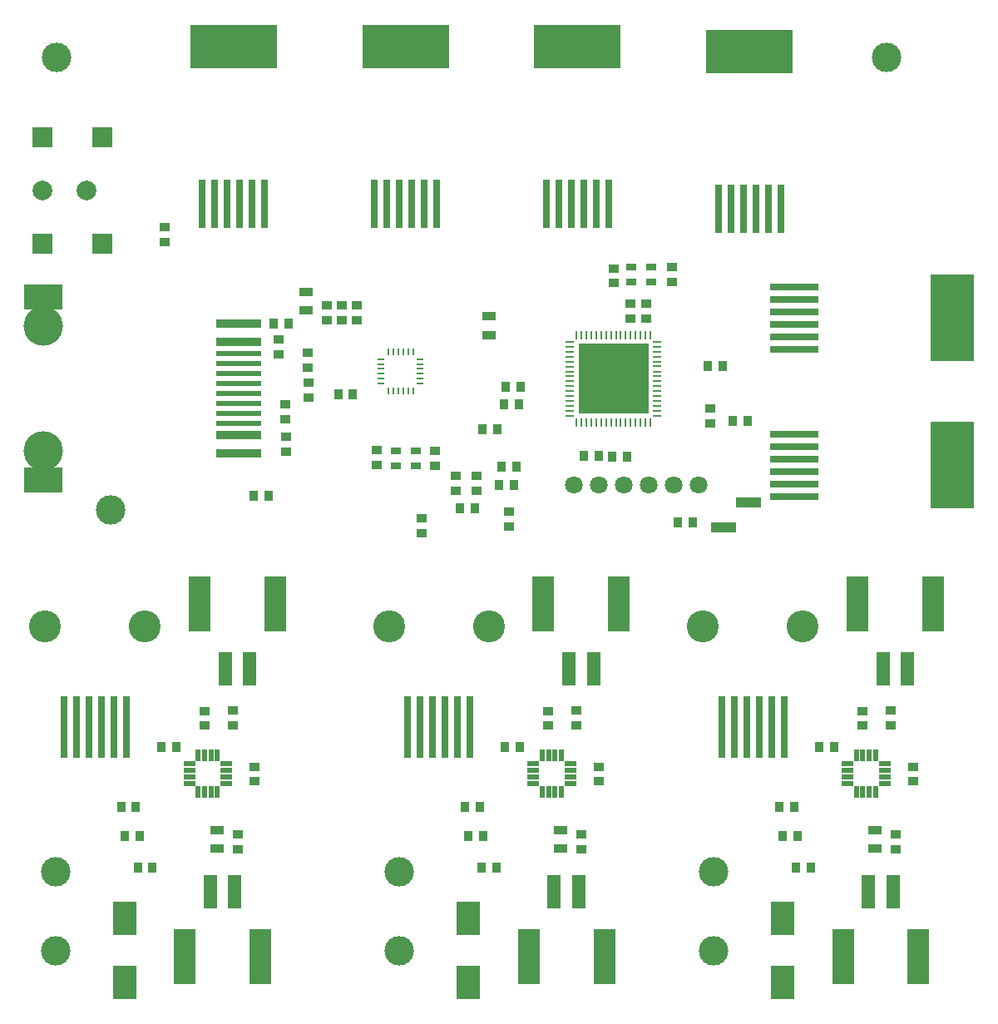
<source format=gts>
G04 (created by PCBNEW (2013-07-07 BZR 4022)-stable) date 7/17/2014 12:13:15 PM*
%MOIN*%
G04 Gerber Fmt 3.4, Leading zero omitted, Abs format*
%FSLAX34Y34*%
G01*
G70*
G90*
G04 APERTURE LIST*
%ADD10C,0.00590551*%
%ADD11R,0.181102X0.0318898*%
%ADD12R,0.181102X0.0240157*%
%ADD13C,0.15748*%
%ADD14R,0.153543X0.0984252*%
%ADD15R,0.00984252X0.0334646*%
%ADD16R,0.0334646X0.00984252*%
%ADD17R,0.281496X0.281496*%
%ADD18C,0.0708661*%
%ADD19C,0.0787*%
%ADD20R,0.0787X0.0787*%
%ADD21R,0.0394X0.0354*%
%ADD22O,0.0098X0.0315*%
%ADD23O,0.0315X0.0098*%
%ADD24R,0.0354X0.0394*%
%ADD25R,0.055X0.035*%
%ADD26R,0.0393701X0.0314961*%
%ADD27R,0.1X0.039*%
%ADD28R,0.19685X0.0299213*%
%ADD29R,0.177165X0.346457*%
%ADD30R,0.0299213X0.19685*%
%ADD31R,0.346457X0.177165*%
%ADD32C,0.11811*%
%ADD33R,0.0472441X0.0216535*%
%ADD34R,0.0216535X0.0472441*%
%ADD35R,0.0299213X0.25*%
%ADD36C,0.127953*%
%ADD37R,0.0905512X0.220472*%
%ADD38R,0.0551181X0.133858*%
%ADD39R,0.0945X0.1378*%
G04 APERTURE END LIST*
G54D10*
G54D11*
X43523Y-33291D03*
X43523Y-34015D03*
G54D12*
X43523Y-34488D03*
X43523Y-34889D03*
X43523Y-35692D03*
X43523Y-37291D03*
X43523Y-36488D03*
G54D11*
X43523Y-38488D03*
X43523Y-37763D03*
G54D12*
X43523Y-36090D03*
X43523Y-36889D03*
G54D13*
X35681Y-38389D03*
X35681Y-33389D03*
G54D12*
X43523Y-35291D03*
G54D14*
X35681Y-32228D03*
X35681Y-39551D03*
G54D15*
X59807Y-37259D03*
X60003Y-37259D03*
X58625Y-37259D03*
X58822Y-37259D03*
X59216Y-37259D03*
X59019Y-37259D03*
X59610Y-37259D03*
X59413Y-37259D03*
X57838Y-37259D03*
X58035Y-37259D03*
X58429Y-37259D03*
X58232Y-37259D03*
X57444Y-37259D03*
X57641Y-37259D03*
X57248Y-37259D03*
X57051Y-37259D03*
G54D16*
X56775Y-36984D03*
X56775Y-36787D03*
X56775Y-36393D03*
X56775Y-36590D03*
X56775Y-35803D03*
X56775Y-35606D03*
X56775Y-36000D03*
X56775Y-36196D03*
X56775Y-34622D03*
X56775Y-34425D03*
X56775Y-35015D03*
X56775Y-34818D03*
X56775Y-35212D03*
X56775Y-35409D03*
X56775Y-34031D03*
X56775Y-34228D03*
G54D15*
X57051Y-33755D03*
X57248Y-33755D03*
X57641Y-33755D03*
X57444Y-33755D03*
X58232Y-33755D03*
X58429Y-33755D03*
X58035Y-33755D03*
X57838Y-33755D03*
X59413Y-33755D03*
X59610Y-33755D03*
X59019Y-33755D03*
X59216Y-33755D03*
X58822Y-33755D03*
X58625Y-33755D03*
X60003Y-33755D03*
X59807Y-33755D03*
G54D16*
X60279Y-34228D03*
X60279Y-34031D03*
X60279Y-35409D03*
X60279Y-35212D03*
X60279Y-34818D03*
X60279Y-35007D03*
X60279Y-34425D03*
X60279Y-34622D03*
X60279Y-36196D03*
X60279Y-36000D03*
X60279Y-35606D03*
X60279Y-35803D03*
X60279Y-36590D03*
X60279Y-36393D03*
X60279Y-36787D03*
X60279Y-36984D03*
G54D17*
X58527Y-35507D03*
G54D18*
X60940Y-39763D03*
X61940Y-39763D03*
X56948Y-39763D03*
X57948Y-39763D03*
X59944Y-39763D03*
X58944Y-39763D03*
G54D19*
X37401Y-27952D03*
G54D20*
X35629Y-25822D03*
X38031Y-25822D03*
X35629Y-30084D03*
X38031Y-30084D03*
G54D19*
X35629Y-27952D03*
G54D21*
X50846Y-41693D03*
X50846Y-41101D03*
X47047Y-32578D03*
X47047Y-33170D03*
X52224Y-39981D03*
X52224Y-39389D03*
G54D22*
X49511Y-35995D03*
X49708Y-35995D03*
X49905Y-35995D03*
X50101Y-35995D03*
X50298Y-35995D03*
X50495Y-35995D03*
G54D23*
X50790Y-35700D03*
X50790Y-35503D03*
X50790Y-35306D03*
X50790Y-35110D03*
X50790Y-34913D03*
X50790Y-34716D03*
G54D22*
X50495Y-34421D03*
X50298Y-34421D03*
X50101Y-34421D03*
X49905Y-34421D03*
X49708Y-34421D03*
X49511Y-34421D03*
G54D23*
X49216Y-34716D03*
X49216Y-34913D03*
X49216Y-35110D03*
X49216Y-35306D03*
X49216Y-35503D03*
X49216Y-35700D03*
G54D24*
X47491Y-36114D03*
X48083Y-36114D03*
G54D25*
X46220Y-32026D03*
X46220Y-32776D03*
G54D21*
X53031Y-40000D03*
X53031Y-39408D03*
X51377Y-38996D03*
X51377Y-38404D03*
X49035Y-38957D03*
X49035Y-38365D03*
X48228Y-32578D03*
X48228Y-33170D03*
X47637Y-32578D03*
X47637Y-33170D03*
X62401Y-36711D03*
X62401Y-37303D03*
X54350Y-41418D03*
X54350Y-40826D03*
G54D24*
X62894Y-35000D03*
X62302Y-35000D03*
G54D21*
X59842Y-32499D03*
X59842Y-33091D03*
X58533Y-31081D03*
X58533Y-31673D03*
X60866Y-31614D03*
X60866Y-31022D03*
X59212Y-32499D03*
X59212Y-33091D03*
G54D24*
X54626Y-39035D03*
X54034Y-39035D03*
X54528Y-39763D03*
X53936Y-39763D03*
X52973Y-40708D03*
X52381Y-40708D03*
X54803Y-35826D03*
X54211Y-35826D03*
X54744Y-36515D03*
X54152Y-36515D03*
X53878Y-37539D03*
X53286Y-37539D03*
G54D21*
X46283Y-35051D03*
X46283Y-34459D03*
X46291Y-35664D03*
X46291Y-36256D03*
X45385Y-37134D03*
X45385Y-36542D03*
X45405Y-37822D03*
X45405Y-38414D03*
G54D24*
X44693Y-40208D03*
X44101Y-40208D03*
X57341Y-38582D03*
X57933Y-38582D03*
X45516Y-33295D03*
X44924Y-33295D03*
G54D21*
X45106Y-34512D03*
X45106Y-33920D03*
G54D24*
X58483Y-38622D03*
X59075Y-38622D03*
G54D21*
X40551Y-30020D03*
X40551Y-29428D03*
G54D26*
X50610Y-38405D03*
X49822Y-38405D03*
X50610Y-38996D03*
X49822Y-38996D03*
X59251Y-31633D03*
X60039Y-31633D03*
X59251Y-31043D03*
X60039Y-31043D03*
G54D24*
X61121Y-41259D03*
X61713Y-41259D03*
G54D25*
X53543Y-33760D03*
X53543Y-33010D03*
G54D24*
X63306Y-37185D03*
X63898Y-37185D03*
G54D27*
X63944Y-40464D03*
X62944Y-41464D03*
G54D28*
X65787Y-37726D03*
X65787Y-38726D03*
X65787Y-39726D03*
X65787Y-39226D03*
X65787Y-40226D03*
X65787Y-38226D03*
G54D29*
X72106Y-38976D03*
G54D28*
X65787Y-31820D03*
X65787Y-32820D03*
X65787Y-33820D03*
X65787Y-33320D03*
X65787Y-34320D03*
X65787Y-32320D03*
G54D29*
X72106Y-33070D03*
G54D30*
X48946Y-28503D03*
X49946Y-28503D03*
X50946Y-28503D03*
X50446Y-28503D03*
X51446Y-28503D03*
X49446Y-28503D03*
G54D31*
X50196Y-22185D03*
G54D30*
X42057Y-28503D03*
X43057Y-28503D03*
X44057Y-28503D03*
X43557Y-28503D03*
X44557Y-28503D03*
X42557Y-28503D03*
G54D31*
X43307Y-22185D03*
G54D30*
X62726Y-28700D03*
X63726Y-28700D03*
X64726Y-28700D03*
X64226Y-28700D03*
X65226Y-28700D03*
X63226Y-28700D03*
G54D31*
X63976Y-22381D03*
G54D30*
X55836Y-28503D03*
X56836Y-28503D03*
X57836Y-28503D03*
X57336Y-28503D03*
X58336Y-28503D03*
X56336Y-28503D03*
G54D31*
X57086Y-22185D03*
G54D32*
X69488Y-22637D03*
X36220Y-22637D03*
X38385Y-40748D03*
G54D24*
X40994Y-50246D03*
X40402Y-50246D03*
X38796Y-52663D03*
X39388Y-52663D03*
X40057Y-55088D03*
X39465Y-55088D03*
G54D21*
X44153Y-51644D03*
X44153Y-51052D03*
G54D24*
X39534Y-53816D03*
X38942Y-53816D03*
G54D21*
X42125Y-49410D03*
X42125Y-48818D03*
X43267Y-49400D03*
X43267Y-48808D03*
X43464Y-54360D03*
X43464Y-53768D03*
G54D33*
X41525Y-50944D03*
X41525Y-51200D03*
X41525Y-51456D03*
X41525Y-51712D03*
G54D34*
X41889Y-52076D03*
X42145Y-52076D03*
X42401Y-52076D03*
X42657Y-52076D03*
G54D33*
X43021Y-51712D03*
X43021Y-51456D03*
X43021Y-51200D03*
X43021Y-50944D03*
G54D34*
X42657Y-50580D03*
X42401Y-50580D03*
X42145Y-50580D03*
X41889Y-50580D03*
G54D35*
X38996Y-49448D03*
X37996Y-49448D03*
X36996Y-49448D03*
X37496Y-49448D03*
X36496Y-49448D03*
G54D36*
X35746Y-45423D03*
X39746Y-45423D03*
G54D35*
X38496Y-49448D03*
G54D25*
X42637Y-53591D03*
X42637Y-54341D03*
G54D37*
X41938Y-44517D03*
G54D38*
X43946Y-47116D03*
X42962Y-47116D03*
G54D37*
X44970Y-44517D03*
X44379Y-58651D03*
G54D38*
X42372Y-56053D03*
X43356Y-56053D03*
G54D37*
X41348Y-58651D03*
G54D39*
X38927Y-57135D03*
X38927Y-59695D03*
G54D32*
X36171Y-55265D03*
X36171Y-58415D03*
G54D24*
X54774Y-50246D03*
X54182Y-50246D03*
X52576Y-52663D03*
X53168Y-52663D03*
X53837Y-55088D03*
X53245Y-55088D03*
G54D21*
X57933Y-51644D03*
X57933Y-51052D03*
G54D24*
X53313Y-53816D03*
X52721Y-53816D03*
G54D21*
X55905Y-49410D03*
X55905Y-48818D03*
X57047Y-49400D03*
X57047Y-48808D03*
X57244Y-54360D03*
X57244Y-53768D03*
G54D33*
X55305Y-50944D03*
X55305Y-51200D03*
X55305Y-51456D03*
X55305Y-51712D03*
G54D34*
X55669Y-52076D03*
X55925Y-52076D03*
X56181Y-52076D03*
X56437Y-52076D03*
G54D33*
X56801Y-51712D03*
X56801Y-51456D03*
X56801Y-51200D03*
X56801Y-50944D03*
G54D34*
X56437Y-50580D03*
X56181Y-50580D03*
X55925Y-50580D03*
X55669Y-50580D03*
G54D35*
X52775Y-49448D03*
X51775Y-49448D03*
X50775Y-49448D03*
X51275Y-49448D03*
X50275Y-49448D03*
G54D36*
X49525Y-45423D03*
X53525Y-45423D03*
G54D35*
X52275Y-49448D03*
G54D25*
X56417Y-53591D03*
X56417Y-54341D03*
G54D37*
X55718Y-44517D03*
G54D38*
X57726Y-47116D03*
X56742Y-47116D03*
G54D37*
X58750Y-44517D03*
X58159Y-58651D03*
G54D38*
X56151Y-56053D03*
X57135Y-56053D03*
G54D37*
X55127Y-58651D03*
G54D39*
X52706Y-57135D03*
X52706Y-59695D03*
G54D32*
X49950Y-55265D03*
X49950Y-58415D03*
G54D24*
X67372Y-50246D03*
X66780Y-50246D03*
X65174Y-52663D03*
X65766Y-52663D03*
X66435Y-55088D03*
X65843Y-55088D03*
G54D21*
X70531Y-51644D03*
X70531Y-51052D03*
G54D24*
X65912Y-53816D03*
X65320Y-53816D03*
G54D21*
X68503Y-49410D03*
X68503Y-48818D03*
X69645Y-49400D03*
X69645Y-48808D03*
X69842Y-54360D03*
X69842Y-53768D03*
G54D33*
X67903Y-50944D03*
X67903Y-51200D03*
X67903Y-51456D03*
X67903Y-51712D03*
G54D34*
X68267Y-52076D03*
X68523Y-52076D03*
X68779Y-52076D03*
X69035Y-52076D03*
G54D33*
X69399Y-51712D03*
X69399Y-51456D03*
X69399Y-51200D03*
X69399Y-50944D03*
G54D34*
X69035Y-50580D03*
X68779Y-50580D03*
X68523Y-50580D03*
X68267Y-50580D03*
G54D35*
X65374Y-49448D03*
X64374Y-49448D03*
X63374Y-49448D03*
X63874Y-49448D03*
X62874Y-49448D03*
G54D36*
X62124Y-45423D03*
X66124Y-45423D03*
G54D35*
X64874Y-49448D03*
G54D25*
X69015Y-53591D03*
X69015Y-54341D03*
G54D37*
X68316Y-44517D03*
G54D38*
X70324Y-47116D03*
X69340Y-47116D03*
G54D37*
X71348Y-44517D03*
X70757Y-58651D03*
G54D38*
X68750Y-56053D03*
X69734Y-56053D03*
G54D37*
X67726Y-58651D03*
G54D39*
X65305Y-57135D03*
X65305Y-59695D03*
G54D32*
X62549Y-55265D03*
X62549Y-58415D03*
M02*

</source>
